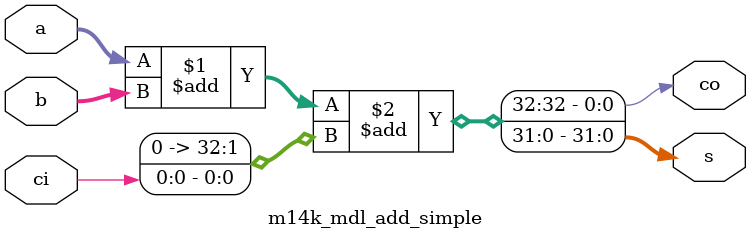
<source format=v>


module m14k_mdl_add_simple(
	a,
	b,
	ci,
	s,
	co);

   
   
   input [31:0]   a;
   input [31:0]   b; 
   input 	  ci;
   output [31:0]  s;
   output 	  co;

// BEGIN Wire declarations made by MVP
wire [31:0] /*[31:0]*/ s;
wire co;
// END Wire declarations made by MVP

   
   assign {co,s[31:0]} = a + b + {31'b0, ci};


endmodule

</source>
